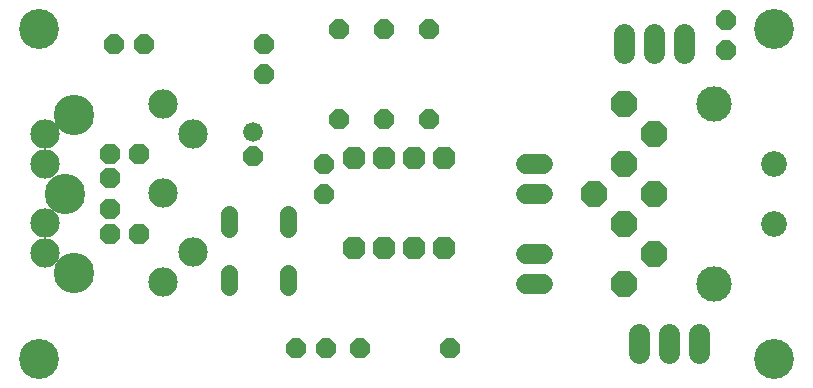
<source format=gts>
G75*
%MOIN*%
%OFA0B0*%
%FSLAX24Y24*%
%IPPOS*%
%LPD*%
%AMOC8*
5,1,8,0,0,1.08239X$1,22.5*
%
%ADD10C,0.1330*%
%ADD11OC8,0.0660*%
%ADD12C,0.0660*%
%ADD13OC8,0.0694*%
%ADD14C,0.1346*%
%ADD15C,0.0576*%
%ADD16OC8,0.0760*%
%ADD17OC8,0.0860*%
%ADD18C,0.0860*%
%ADD19C,0.1180*%
%ADD20C,0.0700*%
%ADD21C,0.0980*%
%ADD22C,0.0660*%
D10*
X001217Y001200D03*
X001217Y012200D03*
X025717Y012200D03*
X025717Y001200D03*
D11*
X014905Y001575D03*
X011905Y001575D03*
X010780Y001575D03*
X009780Y001575D03*
X010717Y006700D03*
X010717Y007700D03*
X008355Y007947D03*
X011217Y009200D03*
X012717Y009200D03*
X014217Y009200D03*
X008717Y010700D03*
X008717Y011700D03*
X011217Y012200D03*
X012717Y012200D03*
X014217Y012200D03*
X004717Y011700D03*
X003717Y011700D03*
X024117Y011500D03*
X024117Y012500D03*
D12*
X008355Y008747D03*
D13*
X004548Y008039D03*
X003564Y008039D03*
X003564Y007212D03*
X003564Y006188D03*
X003564Y005361D03*
X004548Y005361D03*
D14*
X002387Y004060D03*
X002057Y006700D03*
X002387Y009340D03*
D15*
X007546Y006011D02*
X007546Y005514D01*
X009514Y005514D02*
X009514Y006011D01*
X009514Y004073D02*
X009514Y003577D01*
X007546Y003577D02*
X007546Y004073D01*
D16*
X011717Y004887D03*
X012717Y004887D03*
X013717Y004887D03*
X014717Y004887D03*
X014717Y007887D03*
X013717Y007887D03*
X012717Y007887D03*
X011717Y007887D03*
D17*
X019717Y006700D03*
X020717Y007700D03*
X021717Y006700D03*
X020717Y005700D03*
X021717Y004700D03*
X020717Y003700D03*
X021717Y008700D03*
X020717Y009700D03*
D18*
X025717Y007700D03*
X025717Y005700D03*
D19*
X023717Y003700D03*
X023717Y009700D03*
D20*
X022717Y011390D02*
X022717Y012010D01*
X021717Y012010D02*
X021717Y011390D01*
X020717Y011390D02*
X020717Y012010D01*
X021217Y002010D02*
X021217Y001390D01*
X022217Y001390D02*
X022217Y002010D01*
X023217Y002010D02*
X023217Y001390D01*
D21*
X006331Y004746D03*
X005335Y003774D03*
X001405Y004743D03*
X001405Y005723D03*
X001405Y007703D03*
X001405Y008683D03*
X005335Y009683D03*
X006327Y008683D03*
X005339Y006719D03*
D22*
X017427Y006700D02*
X018007Y006700D01*
X018007Y007700D02*
X017427Y007700D01*
X017427Y004700D02*
X018007Y004700D01*
X018007Y003700D02*
X017427Y003700D01*
M02*

</source>
